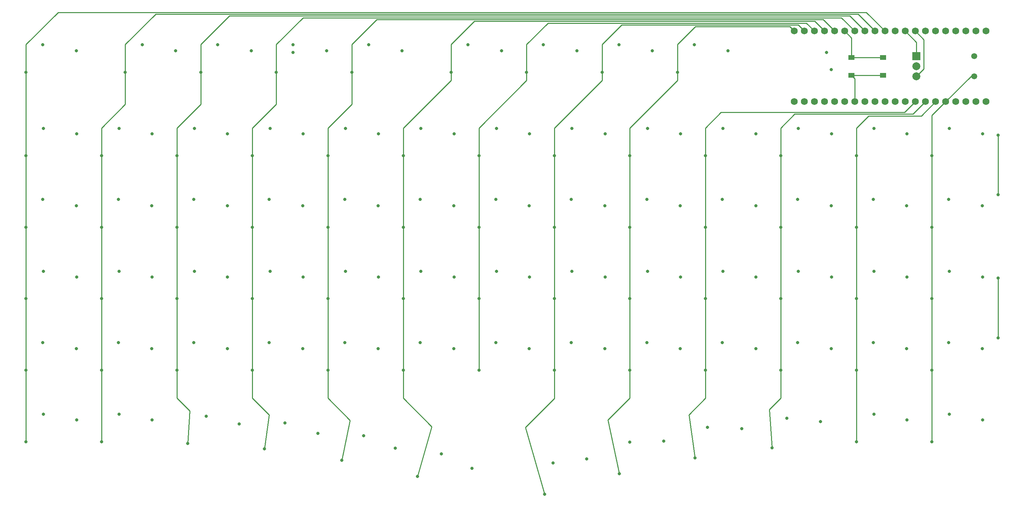
<source format=gbr>
%TF.GenerationSoftware,KiCad,Pcbnew,8.0.4*%
%TF.CreationDate,2024-08-04T16:18:39+02:00*%
%TF.ProjectId,eepyboard,65657079-626f-4617-9264-2e6b69636164,1.0*%
%TF.SameCoordinates,Original*%
%TF.FileFunction,Copper,L1,Top*%
%TF.FilePolarity,Positive*%
%FSLAX46Y46*%
G04 Gerber Fmt 4.6, Leading zero omitted, Abs format (unit mm)*
G04 Created by KiCad (PCBNEW 8.0.4) date 2024-08-04 16:18:39*
%MOMM*%
%LPD*%
G01*
G04 APERTURE LIST*
%TA.AperFunction,SMDPad,CuDef*%
%ADD10R,1.550000X1.300000*%
%TD*%
%TA.AperFunction,ComponentPad*%
%ADD11C,1.500000*%
%TD*%
%TA.AperFunction,ComponentPad*%
%ADD12R,2.000000X2.000000*%
%TD*%
%TA.AperFunction,ComponentPad*%
%ADD13C,2.000000*%
%TD*%
%TA.AperFunction,ComponentPad*%
%ADD14C,1.752600*%
%TD*%
%TA.AperFunction,ViaPad*%
%ADD15C,0.800000*%
%TD*%
%TA.AperFunction,Conductor*%
%ADD16C,0.250000*%
%TD*%
G04 APERTURE END LIST*
D10*
%TO.P,B1,1*%
%TO.N,GND*%
X299357827Y-54662336D03*
X307307827Y-54662336D03*
%TO.P,B1,2*%
%TO.N,RUN*%
X299357827Y-59162336D03*
X307307827Y-59162336D03*
%TD*%
D11*
%TO.P,ROT1,1*%
%TO.N,rotary_default*%
X330212831Y-54372339D03*
%TO.P,ROT1,2*%
%TO.N,GP22*%
X330212831Y-59372339D03*
D12*
%TO.P,ROT1,A*%
%TO.N,GP10*%
X315712828Y-54372339D03*
D13*
%TO.P,ROT1,B*%
%TO.N,GP11*%
X315712829Y-59372339D03*
%TO.P,ROT1,C*%
%TO.N,GND*%
X315712831Y-56872340D03*
%TD*%
D14*
%TO.P,MCU1,1*%
%TO.N,GP0*%
X284952828Y-48022340D03*
%TO.P,MCU1,2*%
%TO.N,GP1*%
X287492828Y-48022340D03*
%TO.P,MCU1,3*%
%TO.N,GP2*%
X290032828Y-48022340D03*
%TO.P,MCU1,4*%
%TO.N,GP3*%
X292572828Y-48022340D03*
%TO.P,MCU1,5*%
%TO.N,GP4*%
X295112828Y-48022340D03*
%TO.P,MCU1,6*%
%TO.N,GND*%
X297652828Y-48022340D03*
%TO.P,MCU1,7*%
%TO.N,GP5*%
X300192828Y-48022340D03*
%TO.P,MCU1,8*%
%TO.N,GP6*%
X302732828Y-48022340D03*
%TO.P,MCU1,9*%
%TO.N,GP7*%
X305272828Y-48022340D03*
%TO.P,MCU1,10*%
%TO.N,GP8*%
X307812828Y-48022340D03*
%TO.P,MCU1,11*%
%TO.N,GP9*%
X310352828Y-48022340D03*
%TO.P,MCU1,12*%
%TO.N,GP10*%
X312892828Y-48022339D03*
%TO.P,MCU1,13*%
%TO.N,GP11*%
X315432828Y-48022340D03*
%TO.P,MCU1,14*%
%TO.N,GP12*%
X317972828Y-48022340D03*
%TO.P,MCU1,15*%
%TO.N,GND*%
X320512824Y-48022340D03*
%TO.P,MCU1,16*%
%TO.N,GP13*%
X323052828Y-48022340D03*
%TO.P,MCU1,17*%
%TO.N,GP14*%
X325592828Y-48022340D03*
%TO.P,MCU1,18*%
%TO.N,GP15*%
X328132828Y-48022340D03*
%TO.P,MCU1,19*%
%TO.N,GP16*%
X330672828Y-48022340D03*
%TO.P,MCU1,20*%
%TO.N,GP17*%
X333212828Y-48022340D03*
%TO.P,MCU1,21*%
%TO.N,VCC*%
X284952828Y-65802340D03*
%TO.P,MCU1,22*%
%TO.N,VIN*%
X287492828Y-65802340D03*
%TO.P,MCU1,23*%
%TO.N,GND*%
X290032828Y-65802340D03*
%TO.P,MCU1,24*%
%TO.N,3V3_EN*%
X292572828Y-65802340D03*
%TO.P,MCU1,25*%
%TO.N,3V3*%
X295112828Y-65802340D03*
%TO.P,MCU1,26*%
%TO.N,GND*%
X297652832Y-65802340D03*
%TO.P,MCU1,27*%
%TO.N,RUN*%
X300192828Y-65802340D03*
%TO.P,MCU1,28*%
%TO.N,GP29*%
X302732828Y-65802340D03*
%TO.P,MCU1,29*%
%TO.N,GP28*%
X305272828Y-65802341D03*
%TO.P,MCU1,30*%
%TO.N,GP27*%
X307812828Y-65802340D03*
%TO.P,MCU1,31*%
%TO.N,GP26*%
X310352828Y-65802340D03*
%TO.P,MCU1,32*%
%TO.N,AGND*%
X312892828Y-65802340D03*
%TO.P,MCU1,33*%
%TO.N,GP25*%
X315432828Y-65802340D03*
%TO.P,MCU1,34*%
%TO.N,GP24*%
X317972828Y-65802340D03*
%TO.P,MCU1,35*%
%TO.N,GP23*%
X320512828Y-65802340D03*
%TO.P,MCU1,36*%
%TO.N,GP22*%
X323052828Y-65802340D03*
%TO.P,MCU1,37*%
%TO.N,GP21*%
X325592828Y-65802340D03*
%TO.P,MCU1,38*%
%TO.N,GP20*%
X328132828Y-65802340D03*
%TO.P,MCU1,39*%
%TO.N,GP19*%
X330672828Y-65802340D03*
%TO.P,MCU1,40*%
%TO.N,GP18*%
X333212828Y-65802340D03*
%TD*%
D15*
%TO.N,VCC*%
X184569655Y-153087883D03*
X240819486Y-51430267D03*
X171819486Y-126430268D03*
X158819485Y-51430269D03*
X218319486Y-109930267D03*
X271732837Y-148133725D03*
X203838474Y-158164860D03*
X104319486Y-145930268D03*
X133819487Y-126430267D03*
X104319485Y-73930267D03*
X332319485Y-145930267D03*
X161319486Y-73930269D03*
X291508003Y-146374303D03*
X313319485Y-145930268D03*
X266819487Y-90430267D03*
X228819485Y-126430268D03*
X123319487Y-73930268D03*
X165088449Y-149317437D03*
X114819485Y-90430269D03*
X95819487Y-51430268D03*
X145259512Y-146925160D03*
X323819485Y-126430267D03*
X142319487Y-73930269D03*
X104319486Y-109930267D03*
X259819484Y-51430268D03*
X152819486Y-126430267D03*
X293069487Y-53430269D03*
X247819485Y-90430268D03*
X171819485Y-90430267D03*
X275319486Y-109930268D03*
X209819486Y-90430268D03*
X180319485Y-109930267D03*
X313319486Y-73930267D03*
X123319487Y-145930268D03*
X237319483Y-109930268D03*
X247819485Y-126430268D03*
X232664508Y-155774172D03*
X294319484Y-109930268D03*
X313319486Y-109930269D03*
X177819486Y-51430267D03*
X218319485Y-73930267D03*
X95819488Y-90430267D03*
X323819486Y-90430269D03*
X256319486Y-109930269D03*
X332319486Y-109930268D03*
X252064282Y-151303812D03*
X123319487Y-109930268D03*
X256319485Y-73930268D03*
X294319485Y-73930267D03*
X139819486Y-51430268D03*
X285819486Y-126430268D03*
X199319485Y-109930267D03*
X285819485Y-90430268D03*
X114819486Y-126430267D03*
X275319484Y-73930268D03*
X95819485Y-126430269D03*
X152819485Y-90430269D03*
X304819486Y-126430269D03*
X133819486Y-90430269D03*
X304819486Y-90430266D03*
X120819485Y-51430268D03*
X202819486Y-51430268D03*
X180319486Y-73930269D03*
X142319486Y-109930268D03*
X190819486Y-126430269D03*
X266819485Y-126430268D03*
X199319484Y-73930267D03*
X209819485Y-126430268D03*
X221819487Y-51430268D03*
X332319486Y-73930268D03*
X228819485Y-90430268D03*
X161319487Y-109930268D03*
X190819486Y-90430268D03*
X237319486Y-73930267D03*
%TO.N,GND*%
X332250000Y-92000000D03*
X332250000Y-128000000D03*
X237250000Y-92000000D03*
X294250000Y-57750000D03*
X267000000Y-72499999D03*
X104250000Y-128000000D03*
X218250000Y-128000000D03*
X186250000Y-53000000D03*
X324000000Y-144500000D03*
X115000000Y-72500000D03*
X248000000Y-108500000D03*
X283070099Y-145507058D03*
X199250000Y-92000000D03*
X294250001Y-92000000D03*
X167250000Y-53000000D03*
X172000000Y-108500000D03*
X191000000Y-72500000D03*
X180250000Y-128000000D03*
X161250000Y-92000000D03*
X191000000Y-108499999D03*
X324000000Y-108500001D03*
X305000000Y-108500000D03*
X275250000Y-92000001D03*
X229000000Y-108500000D03*
X136948171Y-144983884D03*
X275250000Y-128000000D03*
X115000000Y-144500000D03*
X218250000Y-92000000D03*
X267000000Y-108500000D03*
X96000000Y-108500000D03*
X176611290Y-149956198D03*
X229000000Y-72500000D03*
X313250000Y-92000000D03*
X230249999Y-53000000D03*
X142250000Y-128000000D03*
X148250001Y-53000000D03*
X256249999Y-92000000D03*
X134000000Y-72500000D03*
X161250000Y-128000000D03*
X224236361Y-156768131D03*
X243552602Y-151515535D03*
X313250000Y-128000000D03*
X324000000Y-72500000D03*
X249250000Y-52999999D03*
X158819483Y-53430269D03*
X180250000Y-92000000D03*
X210000000Y-72500000D03*
X129250000Y-53000000D03*
X211250000Y-53000000D03*
X115000000Y-108500000D03*
X123250000Y-92000000D03*
X286000000Y-108500000D03*
X142250000Y-92000000D03*
X171999999Y-72500000D03*
X196123085Y-154460535D03*
X96000000Y-144500000D03*
X256250000Y-128000000D03*
X134000000Y-108500000D03*
X305000000Y-144500000D03*
X268250000Y-53000000D03*
X104250000Y-53000000D03*
X199250001Y-128000000D03*
X210000000Y-108500000D03*
X96000000Y-72500000D03*
X263085436Y-147775796D03*
X153000000Y-72500000D03*
X123250000Y-128000000D03*
X156739986Y-146697205D03*
X286000000Y-72500000D03*
X237250000Y-128000000D03*
X153000000Y-108500000D03*
X248000000Y-72500000D03*
X305000000Y-72500000D03*
X294250000Y-128000000D03*
X104250000Y-92000000D03*
%TO.N,GP25*%
X259932511Y-155515414D03*
X262582828Y-97412340D03*
X262582827Y-79412340D03*
X262582830Y-115412337D03*
X262582820Y-133412339D03*
%TO.N,GP24*%
X281582831Y-115412336D03*
X279393612Y-152984942D03*
X281582829Y-133412342D03*
X281582830Y-79412341D03*
X281582828Y-97412345D03*
%TO.N,GP23*%
X300582834Y-115412341D03*
X300582825Y-97412340D03*
X300582827Y-133412343D03*
X300582828Y-151412340D03*
X300582831Y-79412341D03*
%TO.N,GP22*%
X319582827Y-151412341D03*
X319582828Y-97412340D03*
X319582828Y-133412342D03*
X319582831Y-79412340D03*
X319582823Y-115412339D03*
%TO.N,GP0*%
X243582828Y-133412337D03*
X243582828Y-115412343D03*
X243582826Y-79412341D03*
X255582828Y-58412337D03*
X243582824Y-97412338D03*
X240940218Y-159479729D03*
%TO.N,GP1*%
X224582827Y-133412340D03*
X224582826Y-97412340D03*
X236582834Y-58412341D03*
X224582827Y-115412340D03*
X224582830Y-79412340D03*
X222109958Y-164678328D03*
%TO.N,GP2*%
X205582824Y-133412344D03*
X217582826Y-58412345D03*
X205582824Y-115412343D03*
X205582827Y-79412337D03*
X205582831Y-97412338D03*
%TO.N,GP3*%
X186582826Y-115412335D03*
X186582829Y-133412339D03*
X190136738Y-160153615D03*
X186582825Y-79412339D03*
X198582825Y-58412341D03*
X186582830Y-97412343D03*
%TO.N,GP4*%
X167582828Y-79412339D03*
X167582828Y-115412340D03*
X167582828Y-133412343D03*
X167582828Y-97412343D03*
X171029628Y-156076487D03*
X173582828Y-58412342D03*
%TO.N,GP5*%
X148582828Y-115412339D03*
X148582829Y-79412340D03*
X148582827Y-97412342D03*
X148582829Y-133412341D03*
X151591830Y-153215430D03*
X154582830Y-58412343D03*
%TO.N,GP6*%
X129582832Y-133412337D03*
X129582829Y-79412340D03*
X129582829Y-97412339D03*
X129582828Y-115412340D03*
X135582828Y-58412341D03*
X132260217Y-151868839D03*
%TO.N,GP7*%
X110582830Y-115412339D03*
X116582831Y-58412340D03*
X110582831Y-97412339D03*
X110582830Y-79412343D03*
X110582829Y-133412337D03*
X110582830Y-151412343D03*
%TO.N,GP8*%
X91582824Y-58412340D03*
X91582831Y-151412343D03*
X91582829Y-97412341D03*
X91582827Y-115412337D03*
X91582824Y-79412340D03*
X91582826Y-133412341D03*
%TO.N,led_dout_primary_twelve_home*%
X336250000Y-110250000D03*
X336250000Y-125250000D03*
%TO.N,led_dout_primary_twelve_numbers*%
X336250000Y-89250000D03*
X336250000Y-74250000D03*
%TD*%
D16*
%TO.N,GND*%
X297652827Y-48022340D02*
X299357829Y-49727341D01*
X299357829Y-49727341D02*
X299357825Y-54662338D01*
X307307825Y-54662338D02*
X299357825Y-54662338D01*
%TO.N,RUN*%
X299357831Y-59162339D02*
X307307826Y-59162340D01*
X300192825Y-65802343D02*
X300192828Y-59997343D01*
X300192828Y-59997343D02*
X299357831Y-59162339D01*
%TO.N,GP25*%
X266519485Y-68480267D02*
X312754900Y-68480268D01*
X262582828Y-97412340D02*
X262582827Y-79412340D01*
X262582830Y-115412337D02*
X262582828Y-97412340D01*
X259932511Y-155515414D02*
X258409731Y-144680266D01*
X312754900Y-68480268D02*
X315432829Y-65802340D01*
X262582825Y-140468692D02*
X258409730Y-144641785D01*
X262582820Y-133412339D02*
X262582830Y-115412337D01*
X262582825Y-72416924D02*
X262582827Y-79412340D01*
X262582825Y-72416924D02*
X266519485Y-68480267D01*
X262582825Y-140468692D02*
X262582820Y-133412339D01*
%TO.N,GP24*%
X281582829Y-133412342D02*
X281582828Y-140432568D01*
X281582831Y-72416925D02*
X281582830Y-79412341D01*
X281582828Y-140432568D02*
X278718491Y-143296908D01*
X281582831Y-72416925D02*
X285069486Y-68930269D01*
X281582828Y-97412345D02*
X281582830Y-79412341D01*
X281582829Y-133412342D02*
X281582831Y-115412336D01*
X281582831Y-115412336D02*
X281582828Y-97412345D01*
X279393612Y-152984942D02*
X278718492Y-143330266D01*
X314844899Y-68930268D02*
X317972830Y-65802340D01*
X285069486Y-68930269D02*
X314844899Y-68930268D01*
%TO.N,GP23*%
X316934898Y-69380268D02*
X320512827Y-65802339D01*
X300582828Y-72416925D02*
X303619488Y-69380267D01*
X300582828Y-151412340D02*
X300582827Y-133412343D01*
X300582827Y-133412343D02*
X300582834Y-115412341D01*
X303619488Y-69380267D02*
X316934898Y-69380268D01*
X300582826Y-77412340D02*
X300582828Y-72416925D01*
X300582831Y-79412341D02*
X300582826Y-77412340D01*
X300582834Y-115412341D02*
X300582825Y-97412340D01*
X300582825Y-97412340D02*
X300582831Y-79412341D01*
%TO.N,GP22*%
X319582823Y-115412339D02*
X319582828Y-97412340D01*
X319582829Y-76412339D02*
X319582829Y-69272337D01*
X329482829Y-59372339D02*
X330212831Y-59372337D01*
X319582831Y-79412340D02*
X319582829Y-76412339D01*
X319582828Y-133412342D02*
X319582823Y-115412339D01*
X319582827Y-151412341D02*
X319582828Y-133412342D01*
X319582829Y-69272337D02*
X323052828Y-65802339D01*
X323052828Y-65802339D02*
X329482829Y-59372339D01*
X319582828Y-97412340D02*
X319582831Y-79412340D01*
%TO.N,GP0*%
X243582828Y-133412337D02*
X243582830Y-140432569D01*
X243582824Y-97412338D02*
X243582826Y-79412341D01*
X255582824Y-60412338D02*
X255582828Y-58412337D01*
X243582828Y-133412337D02*
X243582828Y-115412343D01*
X243582828Y-115412343D02*
X243582824Y-97412338D01*
X284952827Y-48022340D02*
X283842827Y-46912339D01*
X243557895Y-140432568D02*
X238060194Y-145930267D01*
X255582826Y-51412341D02*
X255582828Y-58412337D01*
X243582831Y-72412342D02*
X255582824Y-60412338D01*
X240940218Y-159479729D02*
X238060194Y-145930267D01*
X260082826Y-46912341D02*
X255582826Y-51412341D01*
X283842827Y-46912339D02*
X260082826Y-46912341D01*
X243582826Y-79412341D02*
X243582831Y-72412342D01*
X243582830Y-140432569D02*
X243557895Y-140432568D01*
%TO.N,GP1*%
X224582827Y-72412342D02*
X236582827Y-60412340D01*
X224582830Y-79412340D02*
X224582822Y-77412343D01*
X224582827Y-115412340D02*
X224582826Y-97412340D01*
X224582827Y-133412340D02*
X224582829Y-140488996D01*
X217307533Y-147764295D02*
X217307532Y-147930268D01*
X236582828Y-51412339D02*
X236582834Y-58412341D01*
X236582827Y-60412340D02*
X236582834Y-58412341D01*
X224582827Y-133412340D02*
X224582827Y-115412340D01*
X222109958Y-164678328D02*
X217307532Y-147930268D01*
X224582829Y-140488996D02*
X217307533Y-147764295D01*
X224582826Y-97412340D02*
X224582830Y-79412340D01*
X287492834Y-48022341D02*
X285932829Y-46462339D01*
X285932829Y-46462339D02*
X241532827Y-46462345D01*
X224582822Y-77412343D02*
X224582827Y-72412342D01*
X241532827Y-46462345D02*
X236582828Y-51412339D01*
%TO.N,GP2*%
X288022827Y-46012342D02*
X222982828Y-46012336D01*
X205582827Y-72412337D02*
X217582824Y-60412346D01*
X205582824Y-115412343D02*
X205582831Y-97412338D01*
X217582826Y-51412341D02*
X217582826Y-58412345D01*
X222982828Y-46012336D02*
X217582826Y-51412341D01*
X205582824Y-133412344D02*
X205582824Y-115412343D01*
X205582831Y-97412338D02*
X205582827Y-79412337D01*
X217582824Y-60412346D02*
X217582826Y-58412345D01*
X205582827Y-79412337D02*
X205582827Y-72412337D01*
X290032828Y-48022340D02*
X288022827Y-46012342D01*
%TO.N,GP3*%
X290112833Y-45562342D02*
X204432827Y-45562341D01*
X186582825Y-79412339D02*
X186582831Y-75912340D01*
X186582826Y-115412335D02*
X186582830Y-97412343D01*
X193708019Y-147630002D02*
X193708021Y-147699077D01*
X292572823Y-48022342D02*
X290112833Y-45562342D01*
X186582831Y-75912340D02*
X186582831Y-72412338D01*
X188082830Y-70912341D02*
X198582828Y-60412343D01*
X204432827Y-45562341D02*
X198582829Y-51412338D01*
X198582828Y-60412343D02*
X198582825Y-58412341D01*
X190136738Y-160153615D02*
X193708021Y-147699077D01*
X186582829Y-133412339D02*
X186582830Y-140254806D01*
X186546710Y-140468689D02*
X193708019Y-147630002D01*
X186582831Y-72412338D02*
X188082830Y-70912341D01*
X186582830Y-97412343D02*
X186582825Y-79412339D01*
X186546710Y-140468689D02*
X186546710Y-133448462D01*
X186546710Y-133448462D02*
X186582829Y-133412339D01*
X198582829Y-51412338D02*
X198582825Y-58412341D01*
X186582829Y-133412339D02*
X186582826Y-115412335D01*
%TO.N,GP4*%
X167582828Y-140420918D02*
X167582828Y-140474483D01*
X167582829Y-72412337D02*
X169082819Y-70912342D01*
X173582830Y-51412343D02*
X173582828Y-58412342D01*
X171029628Y-156076487D02*
X173129137Y-146199081D01*
X167582828Y-79412339D02*
X167582826Y-74412341D01*
X167582828Y-115412340D02*
X167582828Y-97412343D01*
X173129140Y-146020788D02*
X173129137Y-146199081D01*
X295112831Y-48022342D02*
X292202828Y-45112341D01*
X169082819Y-70912342D02*
X173582826Y-66412338D01*
X179882827Y-45112341D02*
X173582830Y-51412343D01*
X292202828Y-45112341D02*
X179882827Y-45112341D01*
X167582828Y-140474483D02*
X173129140Y-146020788D01*
X167582828Y-97412343D02*
X167582828Y-79412339D01*
X173582826Y-66412338D02*
X173582828Y-58412342D01*
X167582826Y-74412341D02*
X167582829Y-72412337D01*
X167582828Y-133412343D02*
X167582828Y-115412340D01*
X167582828Y-133412343D02*
X167582828Y-140420918D01*
%TO.N,GP5*%
X161332831Y-44662341D02*
X154582830Y-51412339D01*
X148582829Y-133412341D02*
X148582828Y-115412339D01*
X150082820Y-70912342D02*
X154582823Y-66412338D01*
X296832826Y-44662343D02*
X161332831Y-44662341D01*
X148582828Y-115412339D02*
X148582827Y-97412342D01*
X148582829Y-72412341D02*
X150082820Y-70912342D01*
X300192827Y-48022341D02*
X296832826Y-44662343D01*
X151591830Y-153215430D02*
X152788722Y-144699081D01*
X148582829Y-140428419D02*
X152788724Y-144634310D01*
X154582823Y-66412338D02*
X154582830Y-58412343D01*
X148582829Y-79412340D02*
X148582832Y-73412340D01*
X148582829Y-133412341D02*
X148582829Y-140428419D01*
X148582827Y-97412342D02*
X148582829Y-79412340D01*
X148582832Y-73412340D02*
X148582829Y-72412341D01*
X154582830Y-51412339D02*
X154582830Y-58412343D01*
%TO.N,GP6*%
X298922830Y-44212341D02*
X302732830Y-48022342D01*
X135582829Y-66412335D02*
X135582828Y-58412341D01*
X129582829Y-97412339D02*
X129582829Y-79412340D01*
X129582829Y-79412340D02*
X129582836Y-75912342D01*
X132260217Y-151868839D02*
X132831501Y-143699082D01*
X129582828Y-72412339D02*
X135582829Y-66412335D01*
X129582828Y-115412340D02*
X129582829Y-97412339D01*
X129582832Y-140432562D02*
X129582832Y-133412337D01*
X142782828Y-44212342D02*
X298922830Y-44212341D01*
X129582836Y-75912342D02*
X129582828Y-72412339D01*
X129582832Y-133412337D02*
X129582828Y-115412340D01*
X135582828Y-51412337D02*
X142782828Y-44212342D01*
X129582832Y-140432562D02*
X132831501Y-143681233D01*
X135582828Y-58412341D02*
X135582828Y-51412337D01*
%TO.N,GP7*%
X110582830Y-72412336D02*
X110582830Y-79412343D01*
X124232828Y-43762341D02*
X116582829Y-51412339D01*
X110582830Y-151412343D02*
X110582829Y-133412337D01*
X110582831Y-97412339D02*
X110582830Y-79412343D01*
X116582829Y-51412339D02*
X116582831Y-58412340D01*
X110582829Y-133412337D02*
X110582830Y-115412339D01*
X110582830Y-72412336D02*
X116582826Y-66412340D01*
X110582830Y-115412339D02*
X110582831Y-97412339D01*
X301012827Y-43762344D02*
X124232828Y-43762341D01*
X116582826Y-66412340D02*
X116582831Y-58412340D01*
X305272825Y-48022340D02*
X301012827Y-43762344D01*
%TO.N,GP8*%
X303102830Y-43312340D02*
X99682833Y-43312340D01*
X91582828Y-74912339D02*
X91582824Y-58412340D01*
X91582829Y-51412339D02*
X91582824Y-58412340D01*
X307812826Y-48022338D02*
X303102830Y-43312340D01*
X91582827Y-115412337D02*
X91582829Y-97412341D01*
X91582826Y-133412341D02*
X91582827Y-115412337D01*
X91582829Y-97412341D02*
X91582824Y-79412340D01*
X99682833Y-43312340D02*
X91582829Y-51412339D01*
X91582824Y-79412340D02*
X91582828Y-74912339D01*
X91582831Y-151412343D02*
X91582826Y-133412341D01*
%TO.N,GP10*%
X315712828Y-54372338D02*
X315712827Y-50842337D01*
X315712827Y-50842337D02*
X312892827Y-48022339D01*
%TO.N,GP11*%
X315712829Y-59372338D02*
X317569487Y-57515681D01*
X317569487Y-50158996D02*
X315432828Y-48022340D01*
X317569487Y-57515681D02*
X317569487Y-50158996D01*
%TO.N,led_dout_primary_twelve_home*%
X336250000Y-125250000D02*
X336250000Y-110250000D01*
%TO.N,led_dout_primary_twelve_numbers*%
X336250000Y-89250000D02*
X336250000Y-74250000D01*
%TD*%
M02*

</source>
